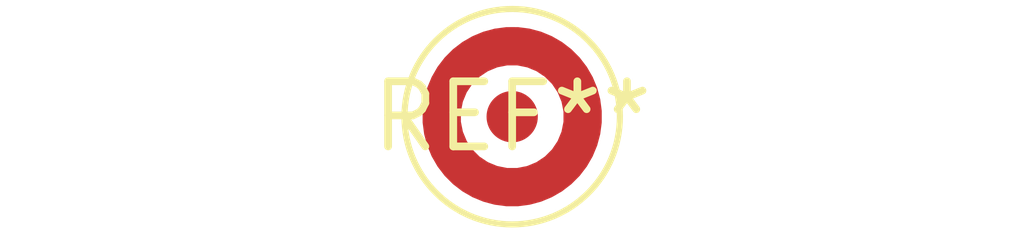
<source format=kicad_pcb>
(kicad_pcb (version 20240108) (generator pcbnew)
  (layers (0 "F.Cu" signal) (31 "B.Cu" signal) (34 "B.Paste" user) (35 "F.Paste" user) (36 "B.SilkS" user "B.Silkscreen") (37 "F.SilkS" user "F.Silkscreen") (38 "B.Mask" user) (39 "F.Mask" user) (44 "Edge.Cuts" user))
  (net 0 "")
  (footprint "CUI_CMC-4013-SMT" (layer "F.Cu") (at 0 0)
    (property "Reference" "REF**")
    (property "Value" "CUI_CMC-4013-SMT")
    (fp_circle (center 0 0) (end 2.1 0) (layer "F.SilkS") (stroke (width 0.12)) (fill none))
    (pad "1" smd custom (at 0 -1.375) (size 0.75 0.75) (layers "F.Cu" "F.Paste" "F.Mask") (options (clearance outline) (anchor circle)) (primitives (gr_circle (center 0 1.375) (end 1.375 1.375) (width 0.75) (fill no))))
    (pad "2" smd circle (at 0 0) (size 1 1) (layers "F.Cu" "F.Paste" "F.Mask"))
  )
)
</source>
